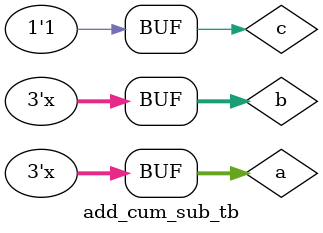
<source format=v>
module fulladderdut (
    out,carry,a,b,c
);
    input a,b,c;
    output out,carry;

    assign out = a^b^c;
    assign carry = a&b | b&c | c&a;
endmodule

module adder_cum_sub ( 
    out,carr,a,b,c
);
    input [2:0]a,b;
    input c;
    wire [1:0]w;
    output [2:0]out;
    output carr;

    xor a1(p,b[0],c);
    xor a2(q,b[1],c);
    xor a3(r,b[2],c);

    fulladderdut first(out[0],w[0],a[0],p,c);
    fulladderdut second(out[1],w[1],a[1],q,w[0]);
    fulladderdut third(out[2],carr,a[2],r,w[1]);
endmodule


module add_cum_sub_tb ();
    reg [2:0]a,b;
    reg c;
    wire [2:0]out;
    wire carr;

    initial begin
        #5;
        c=0;
        a=3'd0;b=3'd0;#50;
        c=1;
        a=3'd0;b=3'd0;
    end
    always #5 a=a+1'b1;
    always #10 b=b+1'b1;

    adder_cum_sub a1( 
    out,carr,a,b,c
);
endmodule
</source>
